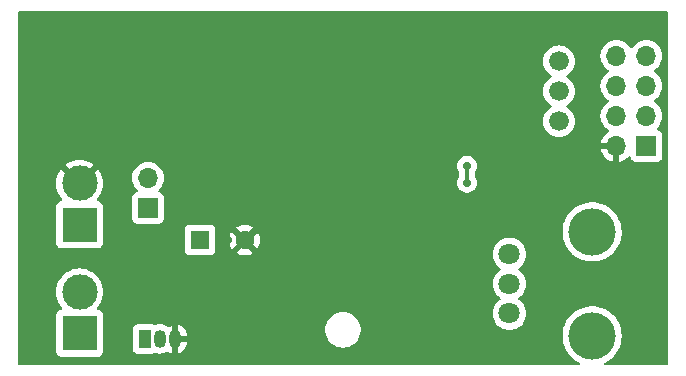
<source format=gbr>
%TF.GenerationSoftware,KiCad,Pcbnew,7.0.8*%
%TF.CreationDate,2024-04-14T20:32:09+02:00*%
%TF.ProjectId,LED_Driver,4c45445f-4472-4697-9665-722e6b696361,rev?*%
%TF.SameCoordinates,Original*%
%TF.FileFunction,Copper,L2,Bot*%
%TF.FilePolarity,Positive*%
%FSLAX46Y46*%
G04 Gerber Fmt 4.6, Leading zero omitted, Abs format (unit mm)*
G04 Created by KiCad (PCBNEW 7.0.8) date 2024-04-14 20:32:09*
%MOMM*%
%LPD*%
G01*
G04 APERTURE LIST*
%TA.AperFunction,ComponentPad*%
%ADD10C,1.676400*%
%TD*%
%TA.AperFunction,ComponentPad*%
%ADD11R,1.050000X1.500000*%
%TD*%
%TA.AperFunction,ComponentPad*%
%ADD12O,1.050000X1.500000*%
%TD*%
%TA.AperFunction,ComponentPad*%
%ADD13R,1.600000X1.600000*%
%TD*%
%TA.AperFunction,ComponentPad*%
%ADD14C,1.600000*%
%TD*%
%TA.AperFunction,ComponentPad*%
%ADD15R,1.700000X1.700000*%
%TD*%
%TA.AperFunction,ComponentPad*%
%ADD16O,1.700000X1.700000*%
%TD*%
%TA.AperFunction,ComponentPad*%
%ADD17R,3.000000X3.000000*%
%TD*%
%TA.AperFunction,ComponentPad*%
%ADD18C,3.000000*%
%TD*%
%TA.AperFunction,WasherPad*%
%ADD19C,4.000000*%
%TD*%
%TA.AperFunction,ComponentPad*%
%ADD20C,1.800000*%
%TD*%
%TA.AperFunction,ViaPad*%
%ADD21C,0.700000*%
%TD*%
%TA.AperFunction,Conductor*%
%ADD22C,0.300000*%
%TD*%
G04 APERTURE END LIST*
D10*
%TO.P,SW2,3,C*%
%TO.N,ESP-01_GPIO1*%
X145800000Y-109340000D03*
%TO.P,SW2,2,B*%
%TO.N,+3.3V*%
X145800000Y-106800000D03*
%TO.P,SW2,1,A*%
%TO.N,ESP-01_EN*%
X145800000Y-104260000D03*
%TD*%
D11*
%TO.P,Q2,1,C*%
%TO.N,LOAD_OUT*%
X110730000Y-127760000D03*
D12*
%TO.P,Q2,2,B*%
%TO.N,Net-(Q2-B)*%
X112000000Y-127760000D03*
%TO.P,Q2,3,E*%
%TO.N,GND*%
X113270000Y-127760000D03*
%TD*%
D13*
%TO.P,C1,1*%
%TO.N,VDC*%
X115397349Y-119400000D03*
D14*
%TO.P,C1,2*%
%TO.N,GND*%
X119197349Y-119400000D03*
%TD*%
D15*
%TO.P,SW1,1,A*%
%TO.N,VDC*%
X111000000Y-116675000D03*
D16*
%TO.P,SW1,2,B*%
%TO.N,Net-(J1-Pin_1)*%
X111000000Y-114135000D03*
%TD*%
D17*
%TO.P,J1,1,Pin_1*%
%TO.N,Net-(J1-Pin_1)*%
X105200000Y-118100000D03*
D18*
%TO.P,J1,2,Pin_2*%
%TO.N,GND*%
X105200000Y-114600000D03*
%TD*%
D15*
%TO.P,U4,1,UTXD*%
%TO.N,ESP-01_GPIO1*%
X153200000Y-111420000D03*
D16*
%TO.P,U4,2,GND*%
%TO.N,GND*%
X150660000Y-111420000D03*
%TO.P,U4,3,CH_PD*%
%TO.N,ESP-01_EN*%
X153200000Y-108880000D03*
%TO.P,U4,4,GPIO2*%
X150660000Y-108880000D03*
%TO.P,U4,5,RST*%
%TO.N,unconnected-(U4-RST-Pad5)*%
X153200000Y-106340000D03*
%TO.P,U4,6,GPIO0*%
%TO.N,ESP-01_EN*%
X150660000Y-106340000D03*
%TO.P,U4,7,VCC*%
X153200000Y-103800000D03*
%TO.P,U4,8,URXD*%
%TO.N,unconnected-(U4-URXD-Pad8)*%
X150660000Y-103800000D03*
%TD*%
D18*
%TO.P,J2,2,Pin_2*%
%TO.N,VDC*%
X105200000Y-123800000D03*
D17*
%TO.P,J2,1,Pin_1*%
%TO.N,LOAD_OUT*%
X105200000Y-127300000D03*
%TD*%
D19*
%TO.P,RV1,*%
%TO.N,*%
X148600000Y-118700000D03*
X148600000Y-127500000D03*
D20*
%TO.P,RV1,1,1*%
%TO.N,Net-(D2-K)*%
X141600000Y-125600000D03*
%TO.P,RV1,2,2*%
%TO.N,Net-(U2-THR)*%
X141600000Y-123100000D03*
%TO.P,RV1,3,3*%
%TO.N,Net-(D3-A)*%
X141600000Y-120600000D03*
%TD*%
D21*
%TO.N,GND*%
X117600000Y-106600000D03*
X112200000Y-101000000D03*
X109200000Y-100800000D03*
X107200000Y-100800000D03*
X105200000Y-100800000D03*
X103200000Y-100800000D03*
X101200000Y-100800000D03*
X101200000Y-102800000D03*
X103200000Y-102800000D03*
X105200000Y-102800000D03*
X107200000Y-102800000D03*
X109200000Y-102800000D03*
X109200000Y-105200000D03*
X107200000Y-105200000D03*
X105200000Y-105200000D03*
X103200000Y-105200000D03*
X101200000Y-105200000D03*
X101200000Y-107600000D03*
X103200000Y-107600000D03*
X105200000Y-107600000D03*
X107200000Y-107600000D03*
X109200000Y-107600000D03*
X109200000Y-110000000D03*
X107200000Y-110000000D03*
X105200000Y-110000000D03*
X103200000Y-110000000D03*
X101200000Y-110000000D03*
X108600000Y-111800000D03*
X107600000Y-111800000D03*
X106600000Y-111800000D03*
X105600000Y-111800000D03*
X104600000Y-111800000D03*
X103600000Y-111800000D03*
X102600000Y-111800000D03*
X101600000Y-111800000D03*
X100600000Y-111800000D03*
X109000000Y-121400000D03*
X110000000Y-122000000D03*
X110000000Y-121000000D03*
X139200000Y-100600000D03*
X139200000Y-101600000D03*
X139200000Y-102600000D03*
X140200000Y-102600000D03*
X141200000Y-102600000D03*
X142200000Y-102600000D03*
X148400000Y-110400000D03*
X148400000Y-111400000D03*
X148400000Y-112400000D03*
%TO.N,Net-(D2-A)*%
X137996773Y-114534500D03*
X138000000Y-113135500D03*
%TO.N,GND*%
X137400000Y-111295000D03*
X137000000Y-122000000D03*
X117800000Y-119400000D03*
X109000000Y-119400000D03*
X109000000Y-120400000D03*
X112800000Y-126400000D03*
X118800000Y-128000000D03*
X122200000Y-127800000D03*
X114400000Y-111800000D03*
X117400000Y-102625000D03*
X117600000Y-105400000D03*
X129000000Y-105000000D03*
X130800000Y-105000000D03*
X142800000Y-111200000D03*
%TD*%
D22*
%TO.N,Net-(D2-A)*%
X137996773Y-114534500D02*
X137996773Y-113138727D01*
X137996773Y-113138727D02*
X138000000Y-113135500D01*
%TD*%
%TA.AperFunction,Conductor*%
%TO.N,GND*%
G36*
X154942539Y-100020185D02*
G01*
X154988294Y-100072989D01*
X154999500Y-100124500D01*
X154999500Y-129875500D01*
X154979815Y-129942539D01*
X154927011Y-129988294D01*
X154875500Y-129999500D01*
X149726787Y-129999500D01*
X149659748Y-129979815D01*
X149613993Y-129927011D01*
X149604049Y-129857853D01*
X149633074Y-129794297D01*
X149667047Y-129766839D01*
X149942484Y-129615416D01*
X150197030Y-129430478D01*
X150426390Y-129215094D01*
X150626947Y-128972663D01*
X150795537Y-128707007D01*
X150929503Y-128422315D01*
X151026731Y-128123079D01*
X151085688Y-127814015D01*
X151098850Y-127604810D01*
X151105444Y-127500005D01*
X151105444Y-127499994D01*
X151085689Y-127185995D01*
X151085688Y-127185988D01*
X151085688Y-127185985D01*
X151026731Y-126876921D01*
X150929503Y-126577685D01*
X150926100Y-126570454D01*
X150873695Y-126459087D01*
X150795537Y-126292993D01*
X150721603Y-126176491D01*
X150626948Y-126027338D01*
X150626945Y-126027334D01*
X150426393Y-125784909D01*
X150426391Y-125784907D01*
X150391493Y-125752135D01*
X150197030Y-125569522D01*
X150197027Y-125569520D01*
X150197021Y-125569515D01*
X149942495Y-125384591D01*
X149942488Y-125384586D01*
X149942484Y-125384584D01*
X149666766Y-125233006D01*
X149666763Y-125233004D01*
X149666758Y-125233002D01*
X149666757Y-125233001D01*
X149374228Y-125117181D01*
X149374225Y-125117180D01*
X149069476Y-125038934D01*
X149069463Y-125038932D01*
X148757329Y-124999500D01*
X148757318Y-124999500D01*
X148442682Y-124999500D01*
X148442670Y-124999500D01*
X148130536Y-125038932D01*
X148130523Y-125038934D01*
X147825774Y-125117180D01*
X147825771Y-125117181D01*
X147533242Y-125233001D01*
X147533241Y-125233002D01*
X147257516Y-125384584D01*
X147257504Y-125384591D01*
X147002978Y-125569515D01*
X147002968Y-125569523D01*
X146773608Y-125784907D01*
X146773606Y-125784909D01*
X146573054Y-126027334D01*
X146573051Y-126027338D01*
X146404464Y-126292990D01*
X146404461Y-126292996D01*
X146270499Y-126577678D01*
X146270497Y-126577683D01*
X146173270Y-126876916D01*
X146114311Y-127185988D01*
X146114310Y-127185995D01*
X146094556Y-127499994D01*
X146094556Y-127500005D01*
X146114310Y-127814004D01*
X146114311Y-127814011D01*
X146116123Y-127823509D01*
X146167773Y-128094270D01*
X146173270Y-128123083D01*
X146270497Y-128422316D01*
X146270499Y-128422321D01*
X146404461Y-128707003D01*
X146404464Y-128707009D01*
X146573051Y-128972661D01*
X146573054Y-128972665D01*
X146773606Y-129215090D01*
X146773608Y-129215092D01*
X146773610Y-129215094D01*
X146804175Y-129243796D01*
X147002968Y-129430476D01*
X147002978Y-129430484D01*
X147257504Y-129615408D01*
X147257509Y-129615410D01*
X147257516Y-129615416D01*
X147532951Y-129766838D01*
X147582215Y-129816384D01*
X147596871Y-129884699D01*
X147572267Y-129950094D01*
X147516214Y-129991805D01*
X147473213Y-129999500D01*
X100124500Y-129999500D01*
X100057461Y-129979815D01*
X100011706Y-129927011D01*
X100000500Y-129875500D01*
X100000500Y-123800001D01*
X103194390Y-123800001D01*
X103214804Y-124085433D01*
X103275628Y-124365037D01*
X103275630Y-124365043D01*
X103275631Y-124365046D01*
X103350615Y-124566084D01*
X103375635Y-124633166D01*
X103512770Y-124884309D01*
X103512775Y-124884317D01*
X103680309Y-125108117D01*
X103704726Y-125173581D01*
X103689874Y-125241854D01*
X103640469Y-125291259D01*
X103600021Y-125303925D01*
X103600068Y-125304124D01*
X103597299Y-125304778D01*
X103594305Y-125305716D01*
X103592518Y-125305908D01*
X103457671Y-125356202D01*
X103457664Y-125356206D01*
X103342455Y-125442452D01*
X103342452Y-125442455D01*
X103256206Y-125557664D01*
X103256202Y-125557671D01*
X103205908Y-125692517D01*
X103199501Y-125752116D01*
X103199501Y-125752123D01*
X103199500Y-125752135D01*
X103199500Y-128847870D01*
X103199501Y-128847876D01*
X103205908Y-128907483D01*
X103256202Y-129042328D01*
X103256206Y-129042335D01*
X103342452Y-129157544D01*
X103342455Y-129157547D01*
X103457664Y-129243793D01*
X103457671Y-129243797D01*
X103592517Y-129294091D01*
X103592516Y-129294091D01*
X103599444Y-129294835D01*
X103652127Y-129300500D01*
X106747872Y-129300499D01*
X106807483Y-129294091D01*
X106942331Y-129243796D01*
X107057546Y-129157546D01*
X107143796Y-129042331D01*
X107194091Y-128907483D01*
X107200500Y-128847873D01*
X107200500Y-128557870D01*
X109704500Y-128557870D01*
X109704501Y-128557876D01*
X109710908Y-128617483D01*
X109761202Y-128752328D01*
X109761206Y-128752335D01*
X109847452Y-128867544D01*
X109847455Y-128867547D01*
X109962664Y-128953793D01*
X109962671Y-128953797D01*
X110097517Y-129004091D01*
X110097516Y-129004091D01*
X110104444Y-129004835D01*
X110157127Y-129010500D01*
X111302872Y-129010499D01*
X111362483Y-129004091D01*
X111497331Y-128953796D01*
X111497335Y-128953792D01*
X111505118Y-128949544D01*
X111506252Y-128951621D01*
X111559715Y-128931671D01*
X111604576Y-128936694D01*
X111605656Y-128937021D01*
X111605659Y-128937023D01*
X111798967Y-128995662D01*
X112000000Y-129015462D01*
X112201033Y-128995662D01*
X112394341Y-128937023D01*
X112444471Y-128910228D01*
X112577078Y-128839348D01*
X112645480Y-128825106D01*
X112693985Y-128839348D01*
X112875848Y-128936557D01*
X113020000Y-128980285D01*
X113020000Y-128094270D01*
X113020299Y-128088190D01*
X113024629Y-128044220D01*
X113089052Y-128094363D01*
X113207424Y-128135000D01*
X113301073Y-128135000D01*
X113393446Y-128119586D01*
X113503514Y-128060019D01*
X113520000Y-128042110D01*
X113520000Y-128980285D01*
X113664153Y-128936557D01*
X113842209Y-128841384D01*
X113842215Y-128841379D01*
X113998292Y-128713292D01*
X114126379Y-128557215D01*
X114126384Y-128557209D01*
X114221556Y-128379154D01*
X114280170Y-128185932D01*
X114295000Y-128035357D01*
X114295000Y-128010000D01*
X113549560Y-128010000D01*
X113588278Y-127967941D01*
X113638551Y-127853330D01*
X113648886Y-127728605D01*
X113618163Y-127607281D01*
X113554606Y-127510000D01*
X114295000Y-127510000D01*
X114295000Y-127484642D01*
X114280170Y-127334067D01*
X114221556Y-127140845D01*
X114212731Y-127124334D01*
X125999500Y-127124334D01*
X126040429Y-127369616D01*
X126121169Y-127604802D01*
X126121172Y-127604811D01*
X126234382Y-127814004D01*
X126239526Y-127823509D01*
X126392262Y-128019744D01*
X126551744Y-128166557D01*
X126575217Y-128188166D01*
X126783393Y-128324173D01*
X127011118Y-128424063D01*
X127252175Y-128485107D01*
X127252179Y-128485108D01*
X127252181Y-128485108D01*
X127252186Y-128485109D01*
X127385376Y-128496145D01*
X127437933Y-128500500D01*
X127437935Y-128500500D01*
X127562065Y-128500500D01*
X127562067Y-128500500D01*
X127623284Y-128495427D01*
X127747813Y-128485109D01*
X127747816Y-128485108D01*
X127747821Y-128485108D01*
X127988881Y-128424063D01*
X128216607Y-128324173D01*
X128424785Y-128188164D01*
X128607738Y-128019744D01*
X128760474Y-127823509D01*
X128878828Y-127604810D01*
X128959571Y-127369614D01*
X129000500Y-127124335D01*
X129000500Y-126875665D01*
X128959571Y-126630386D01*
X128878828Y-126395190D01*
X128760474Y-126176491D01*
X128607738Y-125980256D01*
X128424785Y-125811836D01*
X128424782Y-125811833D01*
X128216606Y-125675826D01*
X128043755Y-125600006D01*
X140194700Y-125600006D01*
X140213864Y-125831297D01*
X140213866Y-125831308D01*
X140270842Y-126056300D01*
X140364075Y-126268848D01*
X140491016Y-126463147D01*
X140491019Y-126463151D01*
X140491021Y-126463153D01*
X140648216Y-126633913D01*
X140648219Y-126633915D01*
X140648222Y-126633918D01*
X140831365Y-126776464D01*
X140831371Y-126776468D01*
X140831374Y-126776470D01*
X141035497Y-126886936D01*
X141149487Y-126926068D01*
X141255015Y-126962297D01*
X141255017Y-126962297D01*
X141255019Y-126962298D01*
X141483951Y-127000500D01*
X141483952Y-127000500D01*
X141716048Y-127000500D01*
X141716049Y-127000500D01*
X141944981Y-126962298D01*
X142164503Y-126886936D01*
X142368626Y-126776470D01*
X142551784Y-126633913D01*
X142708979Y-126463153D01*
X142835924Y-126268849D01*
X142929157Y-126056300D01*
X142986134Y-125831305D01*
X142986135Y-125831297D01*
X143005300Y-125600006D01*
X143005300Y-125599993D01*
X142986135Y-125368702D01*
X142986133Y-125368691D01*
X142929157Y-125143699D01*
X142835924Y-124931151D01*
X142708983Y-124736852D01*
X142708980Y-124736849D01*
X142708979Y-124736847D01*
X142551784Y-124566087D01*
X142399876Y-124447852D01*
X142359064Y-124391143D01*
X142355389Y-124321370D01*
X142390020Y-124260687D01*
X142399876Y-124252147D01*
X142551784Y-124133913D01*
X142708979Y-123963153D01*
X142835924Y-123768849D01*
X142929157Y-123556300D01*
X142986134Y-123331305D01*
X143005300Y-123100000D01*
X143005300Y-123099993D01*
X142986135Y-122868702D01*
X142986133Y-122868691D01*
X142929157Y-122643699D01*
X142835924Y-122431151D01*
X142708983Y-122236852D01*
X142708980Y-122236849D01*
X142708979Y-122236847D01*
X142551784Y-122066087D01*
X142399876Y-121947852D01*
X142359064Y-121891143D01*
X142355389Y-121821370D01*
X142390020Y-121760687D01*
X142399876Y-121752147D01*
X142551784Y-121633913D01*
X142708979Y-121463153D01*
X142835924Y-121268849D01*
X142929157Y-121056300D01*
X142986134Y-120831305D01*
X142987451Y-120815415D01*
X143005300Y-120600006D01*
X143005300Y-120599993D01*
X142986135Y-120368702D01*
X142986133Y-120368691D01*
X142929157Y-120143699D01*
X142835924Y-119931151D01*
X142708983Y-119736852D01*
X142708980Y-119736849D01*
X142708979Y-119736847D01*
X142551784Y-119566087D01*
X142551779Y-119566083D01*
X142551777Y-119566081D01*
X142368634Y-119423535D01*
X142368628Y-119423531D01*
X142164504Y-119313064D01*
X142164495Y-119313061D01*
X141944984Y-119237702D01*
X141773282Y-119209050D01*
X141716049Y-119199500D01*
X141483951Y-119199500D01*
X141438164Y-119207140D01*
X141255015Y-119237702D01*
X141035504Y-119313061D01*
X141035495Y-119313064D01*
X140831371Y-119423531D01*
X140831365Y-119423535D01*
X140648222Y-119566081D01*
X140648219Y-119566084D01*
X140491016Y-119736852D01*
X140364075Y-119931151D01*
X140270842Y-120143699D01*
X140213866Y-120368691D01*
X140213864Y-120368702D01*
X140194700Y-120599993D01*
X140194700Y-120600006D01*
X140213864Y-120831297D01*
X140213866Y-120831308D01*
X140270842Y-121056300D01*
X140364075Y-121268848D01*
X140491016Y-121463147D01*
X140491019Y-121463151D01*
X140491021Y-121463153D01*
X140648216Y-121633913D01*
X140648219Y-121633915D01*
X140648222Y-121633918D01*
X140800122Y-121752147D01*
X140840935Y-121808857D01*
X140844610Y-121878630D01*
X140809978Y-121939313D01*
X140800122Y-121947853D01*
X140648222Y-122066081D01*
X140648219Y-122066084D01*
X140648216Y-122066086D01*
X140648216Y-122066087D01*
X140605238Y-122112774D01*
X140491016Y-122236852D01*
X140364075Y-122431151D01*
X140270842Y-122643699D01*
X140213866Y-122868691D01*
X140213864Y-122868702D01*
X140194700Y-123099993D01*
X140194700Y-123100006D01*
X140213864Y-123331297D01*
X140213866Y-123331308D01*
X140270842Y-123556300D01*
X140364075Y-123768848D01*
X140491016Y-123963147D01*
X140491019Y-123963151D01*
X140491021Y-123963153D01*
X140648216Y-124133913D01*
X140648219Y-124133915D01*
X140648222Y-124133918D01*
X140800122Y-124252147D01*
X140840935Y-124308857D01*
X140844610Y-124378630D01*
X140809978Y-124439313D01*
X140800122Y-124447853D01*
X140648222Y-124566081D01*
X140648219Y-124566084D01*
X140491016Y-124736852D01*
X140364075Y-124931151D01*
X140270842Y-125143699D01*
X140213866Y-125368691D01*
X140213864Y-125368702D01*
X140194700Y-125599993D01*
X140194700Y-125600006D01*
X128043755Y-125600006D01*
X127988881Y-125575936D01*
X127747824Y-125514892D01*
X127747813Y-125514890D01*
X127582548Y-125501197D01*
X127562067Y-125499500D01*
X127437933Y-125499500D01*
X127418521Y-125501108D01*
X127252186Y-125514890D01*
X127252175Y-125514892D01*
X127011118Y-125575936D01*
X126783393Y-125675826D01*
X126575217Y-125811833D01*
X126392261Y-125980257D01*
X126239524Y-126176493D01*
X126121172Y-126395188D01*
X126121169Y-126395197D01*
X126040429Y-126630383D01*
X125999500Y-126875665D01*
X125999500Y-127124334D01*
X114212731Y-127124334D01*
X114126384Y-126962790D01*
X114126379Y-126962784D01*
X113998292Y-126806707D01*
X113842215Y-126678620D01*
X113842209Y-126678615D01*
X113664150Y-126583441D01*
X113520000Y-126539712D01*
X113520000Y-127479382D01*
X113450948Y-127425637D01*
X113332576Y-127385000D01*
X113238927Y-127385000D01*
X113146554Y-127400414D01*
X113036486Y-127459981D01*
X113024369Y-127473142D01*
X113020299Y-127431808D01*
X113020000Y-127425728D01*
X113020000Y-126539712D01*
X112875849Y-126583441D01*
X112693983Y-126680651D01*
X112625580Y-126694893D01*
X112577077Y-126680651D01*
X112394345Y-126582978D01*
X112201031Y-126524337D01*
X112000000Y-126504538D01*
X111798968Y-126524337D01*
X111660959Y-126566202D01*
X111605659Y-126582977D01*
X111605658Y-126582977D01*
X111604575Y-126583306D01*
X111534708Y-126583929D01*
X111505618Y-126569529D01*
X111505114Y-126570454D01*
X111497328Y-126566202D01*
X111362482Y-126515908D01*
X111362483Y-126515908D01*
X111302883Y-126509501D01*
X111302881Y-126509500D01*
X111302873Y-126509500D01*
X111302864Y-126509500D01*
X110157129Y-126509500D01*
X110157123Y-126509501D01*
X110097516Y-126515908D01*
X109962671Y-126566202D01*
X109962664Y-126566206D01*
X109847455Y-126652452D01*
X109847452Y-126652455D01*
X109761206Y-126767664D01*
X109761202Y-126767671D01*
X109710908Y-126902517D01*
X109704501Y-126962116D01*
X109704500Y-126962135D01*
X109704500Y-128557870D01*
X107200500Y-128557870D01*
X107200499Y-125752128D01*
X107194091Y-125692517D01*
X107159584Y-125600000D01*
X107143797Y-125557671D01*
X107143793Y-125557664D01*
X107057547Y-125442455D01*
X107057544Y-125442452D01*
X106942335Y-125356206D01*
X106942328Y-125356202D01*
X106807482Y-125305908D01*
X106807484Y-125305908D01*
X106805699Y-125305717D01*
X106804407Y-125305182D01*
X106799938Y-125304126D01*
X106800109Y-125303401D01*
X106741148Y-125278978D01*
X106701301Y-125221585D01*
X106698808Y-125151760D01*
X106719687Y-125108120D01*
X106887226Y-124884315D01*
X107024367Y-124633161D01*
X107124369Y-124365046D01*
X107136592Y-124308857D01*
X107185195Y-124085433D01*
X107185195Y-124085432D01*
X107185196Y-124085428D01*
X107205610Y-123800000D01*
X107185196Y-123514572D01*
X107145329Y-123331308D01*
X107124371Y-123234962D01*
X107124370Y-123234960D01*
X107124369Y-123234954D01*
X107024367Y-122966839D01*
X106887226Y-122715685D01*
X106833338Y-122643699D01*
X106715745Y-122486612D01*
X106715729Y-122486594D01*
X106513405Y-122284270D01*
X106513387Y-122284254D01*
X106284317Y-122112775D01*
X106284309Y-122112770D01*
X106033166Y-121975635D01*
X106033167Y-121975635D01*
X105893468Y-121923530D01*
X105765046Y-121875631D01*
X105765043Y-121875630D01*
X105765037Y-121875628D01*
X105485433Y-121814804D01*
X105200001Y-121794390D01*
X105199999Y-121794390D01*
X104914566Y-121814804D01*
X104634962Y-121875628D01*
X104366833Y-121975635D01*
X104115690Y-122112770D01*
X104115682Y-122112775D01*
X103886612Y-122284254D01*
X103886594Y-122284270D01*
X103684270Y-122486594D01*
X103684254Y-122486612D01*
X103512775Y-122715682D01*
X103512770Y-122715690D01*
X103375635Y-122966833D01*
X103275628Y-123234962D01*
X103214804Y-123514566D01*
X103194390Y-123799998D01*
X103194390Y-123800001D01*
X100000500Y-123800001D01*
X100000500Y-120247870D01*
X114096849Y-120247870D01*
X114096850Y-120247876D01*
X114103257Y-120307483D01*
X114153551Y-120442328D01*
X114153555Y-120442335D01*
X114239801Y-120557544D01*
X114239804Y-120557547D01*
X114355013Y-120643793D01*
X114355020Y-120643797D01*
X114489866Y-120694091D01*
X114489865Y-120694091D01*
X114496793Y-120694835D01*
X114549476Y-120700500D01*
X116245221Y-120700499D01*
X116304832Y-120694091D01*
X116439680Y-120643796D01*
X116554895Y-120557546D01*
X116641145Y-120442331D01*
X116691440Y-120307483D01*
X116697849Y-120247873D01*
X116697849Y-119400002D01*
X117892383Y-119400002D01*
X117912207Y-119626599D01*
X117912209Y-119626610D01*
X117971079Y-119846317D01*
X117971083Y-119846326D01*
X118067214Y-120052481D01*
X118067215Y-120052483D01*
X118118322Y-120125471D01*
X118118323Y-120125472D01*
X118799395Y-119444399D01*
X118812184Y-119525148D01*
X118869708Y-119638045D01*
X118959304Y-119727641D01*
X119072201Y-119785165D01*
X119152948Y-119797953D01*
X118471875Y-120479025D01*
X118471875Y-120479026D01*
X118544861Y-120530131D01*
X118544865Y-120530133D01*
X118751022Y-120626265D01*
X118751031Y-120626269D01*
X118970738Y-120685139D01*
X118970749Y-120685141D01*
X119197347Y-120704966D01*
X119197351Y-120704966D01*
X119423948Y-120685141D01*
X119423959Y-120685139D01*
X119643666Y-120626269D01*
X119643680Y-120626264D01*
X119849827Y-120530136D01*
X119922821Y-120479025D01*
X119241750Y-119797953D01*
X119322497Y-119785165D01*
X119435394Y-119727641D01*
X119524990Y-119638045D01*
X119582514Y-119525148D01*
X119595302Y-119444400D01*
X120276374Y-120125472D01*
X120327485Y-120052478D01*
X120423613Y-119846331D01*
X120423618Y-119846317D01*
X120482488Y-119626610D01*
X120482490Y-119626599D01*
X120502315Y-119400002D01*
X120502315Y-119399997D01*
X120482490Y-119173400D01*
X120482488Y-119173389D01*
X120423618Y-118953682D01*
X120423614Y-118953673D01*
X120327482Y-118747516D01*
X120327480Y-118747512D01*
X120294215Y-118700005D01*
X146094556Y-118700005D01*
X146114310Y-119014004D01*
X146114311Y-119014011D01*
X146125442Y-119072359D01*
X146156982Y-119237702D01*
X146173270Y-119323083D01*
X146270497Y-119622316D01*
X146270499Y-119622321D01*
X146404461Y-119907003D01*
X146404464Y-119907009D01*
X146573051Y-120172661D01*
X146573054Y-120172665D01*
X146773606Y-120415090D01*
X146773608Y-120415092D01*
X146773610Y-120415094D01*
X146925304Y-120557544D01*
X147002968Y-120630476D01*
X147002978Y-120630484D01*
X147257504Y-120815408D01*
X147257509Y-120815410D01*
X147257516Y-120815416D01*
X147533234Y-120966994D01*
X147533239Y-120966996D01*
X147533241Y-120966997D01*
X147533242Y-120966998D01*
X147825771Y-121082818D01*
X147825774Y-121082819D01*
X148130523Y-121161065D01*
X148130527Y-121161066D01*
X148196010Y-121169338D01*
X148442670Y-121200499D01*
X148442679Y-121200499D01*
X148442682Y-121200500D01*
X148442684Y-121200500D01*
X148757316Y-121200500D01*
X148757318Y-121200500D01*
X148757321Y-121200499D01*
X148757329Y-121200499D01*
X148943593Y-121176968D01*
X149069473Y-121161066D01*
X149374225Y-121082819D01*
X149374228Y-121082818D01*
X149666757Y-120966998D01*
X149666758Y-120966997D01*
X149666756Y-120966997D01*
X149666766Y-120966994D01*
X149942484Y-120815416D01*
X150197030Y-120630478D01*
X150426390Y-120415094D01*
X150626947Y-120172663D01*
X150795537Y-119907007D01*
X150929503Y-119622315D01*
X151026731Y-119323079D01*
X151085688Y-119014015D01*
X151089484Y-118953682D01*
X151105444Y-118700005D01*
X151105444Y-118699994D01*
X151085689Y-118385995D01*
X151085688Y-118385988D01*
X151085688Y-118385985D01*
X151026731Y-118076921D01*
X150929503Y-117777685D01*
X150924629Y-117767328D01*
X150833127Y-117572876D01*
X150795537Y-117492993D01*
X150626947Y-117227337D01*
X150626945Y-117227334D01*
X150426393Y-116984909D01*
X150426391Y-116984907D01*
X150197031Y-116769523D01*
X150197021Y-116769515D01*
X149942495Y-116584591D01*
X149942488Y-116584586D01*
X149942484Y-116584584D01*
X149666766Y-116433006D01*
X149666763Y-116433004D01*
X149666758Y-116433002D01*
X149666757Y-116433001D01*
X149374228Y-116317181D01*
X149374225Y-116317180D01*
X149069476Y-116238934D01*
X149069463Y-116238932D01*
X148757329Y-116199500D01*
X148757318Y-116199500D01*
X148442682Y-116199500D01*
X148442670Y-116199500D01*
X148130536Y-116238932D01*
X148130523Y-116238934D01*
X147825774Y-116317180D01*
X147825771Y-116317181D01*
X147533242Y-116433001D01*
X147533241Y-116433002D01*
X147257516Y-116584584D01*
X147257504Y-116584591D01*
X147002978Y-116769515D01*
X147002968Y-116769523D01*
X146773608Y-116984907D01*
X146773606Y-116984909D01*
X146573054Y-117227334D01*
X146573051Y-117227338D01*
X146404464Y-117492990D01*
X146404461Y-117492996D01*
X146270499Y-117777678D01*
X146270497Y-117777683D01*
X146173270Y-118076916D01*
X146114311Y-118385988D01*
X146114310Y-118385995D01*
X146094556Y-118699994D01*
X146094556Y-118700005D01*
X120294215Y-118700005D01*
X120276375Y-118674526D01*
X120276374Y-118674526D01*
X119595302Y-119355598D01*
X119582514Y-119274852D01*
X119524990Y-119161955D01*
X119435394Y-119072359D01*
X119322497Y-119014835D01*
X119241749Y-119002046D01*
X119922821Y-118320974D01*
X119922820Y-118320973D01*
X119849832Y-118269866D01*
X119849830Y-118269865D01*
X119643675Y-118173734D01*
X119643666Y-118173730D01*
X119423959Y-118114860D01*
X119423948Y-118114858D01*
X119197351Y-118095034D01*
X119197347Y-118095034D01*
X118970749Y-118114858D01*
X118970738Y-118114860D01*
X118751031Y-118173730D01*
X118751022Y-118173734D01*
X118544862Y-118269868D01*
X118471876Y-118320972D01*
X118471875Y-118320973D01*
X119152949Y-119002046D01*
X119072201Y-119014835D01*
X118959304Y-119072359D01*
X118869708Y-119161955D01*
X118812184Y-119274852D01*
X118799395Y-119355599D01*
X118118322Y-118674526D01*
X118118321Y-118674527D01*
X118067217Y-118747513D01*
X117971083Y-118953673D01*
X117971079Y-118953682D01*
X117912209Y-119173389D01*
X117912207Y-119173400D01*
X117892383Y-119399997D01*
X117892383Y-119400002D01*
X116697849Y-119400002D01*
X116697848Y-118552128D01*
X116691440Y-118492517D01*
X116651707Y-118385988D01*
X116641146Y-118357671D01*
X116641142Y-118357664D01*
X116554896Y-118242455D01*
X116554893Y-118242452D01*
X116439684Y-118156206D01*
X116439677Y-118156202D01*
X116304831Y-118105908D01*
X116304832Y-118105908D01*
X116245232Y-118099501D01*
X116245230Y-118099500D01*
X116245222Y-118099500D01*
X116245213Y-118099500D01*
X114549478Y-118099500D01*
X114549472Y-118099501D01*
X114489865Y-118105908D01*
X114355020Y-118156202D01*
X114355013Y-118156206D01*
X114239804Y-118242452D01*
X114239801Y-118242455D01*
X114153555Y-118357664D01*
X114153551Y-118357671D01*
X114103257Y-118492517D01*
X114096850Y-118552116D01*
X114096850Y-118552123D01*
X114096849Y-118552135D01*
X114096849Y-120247870D01*
X100000500Y-120247870D01*
X100000500Y-114600001D01*
X103194891Y-114600001D01*
X103215300Y-114885362D01*
X103276109Y-115164895D01*
X103376091Y-115432958D01*
X103513191Y-115684038D01*
X103513196Y-115684046D01*
X103680887Y-115908055D01*
X103705304Y-115973519D01*
X103690452Y-116041792D01*
X103641047Y-116091197D01*
X103600047Y-116104036D01*
X103600068Y-116104124D01*
X103598840Y-116104414D01*
X103594881Y-116105654D01*
X103592518Y-116105908D01*
X103457671Y-116156202D01*
X103457664Y-116156206D01*
X103342455Y-116242452D01*
X103342452Y-116242455D01*
X103256206Y-116357664D01*
X103256202Y-116357671D01*
X103205908Y-116492517D01*
X103199501Y-116552116D01*
X103199501Y-116552123D01*
X103199500Y-116552135D01*
X103199500Y-119647870D01*
X103199501Y-119647876D01*
X103205908Y-119707483D01*
X103256202Y-119842328D01*
X103256206Y-119842335D01*
X103342452Y-119957544D01*
X103342455Y-119957547D01*
X103457664Y-120043793D01*
X103457671Y-120043797D01*
X103592517Y-120094091D01*
X103592516Y-120094091D01*
X103599444Y-120094835D01*
X103652127Y-120100500D01*
X106747872Y-120100499D01*
X106807483Y-120094091D01*
X106942331Y-120043796D01*
X107057546Y-119957546D01*
X107143796Y-119842331D01*
X107194091Y-119707483D01*
X107200500Y-119647873D01*
X107200499Y-116552128D01*
X107194091Y-116492517D01*
X107171893Y-116433002D01*
X107143797Y-116357671D01*
X107143793Y-116357664D01*
X107057547Y-116242455D01*
X107057544Y-116242452D01*
X106942335Y-116156206D01*
X106942328Y-116156202D01*
X106807482Y-116105908D01*
X106807483Y-116105908D01*
X106805123Y-116105655D01*
X106803414Y-116104947D01*
X106799938Y-116104126D01*
X106800071Y-116103562D01*
X106740571Y-116078917D01*
X106700723Y-116021525D01*
X106698230Y-115951700D01*
X106719111Y-115908055D01*
X106886807Y-115684039D01*
X106886808Y-115684038D01*
X107023908Y-115432958D01*
X107123890Y-115164895D01*
X107184699Y-114885362D01*
X107205109Y-114600001D01*
X107205109Y-114599998D01*
X107184699Y-114314637D01*
X107145621Y-114135000D01*
X109644341Y-114135000D01*
X109664936Y-114370403D01*
X109664938Y-114370413D01*
X109726094Y-114598655D01*
X109726096Y-114598659D01*
X109726097Y-114598663D01*
X109779090Y-114712307D01*
X109825965Y-114812830D01*
X109825967Y-114812834D01*
X109883062Y-114894373D01*
X109961501Y-115006396D01*
X109961506Y-115006402D01*
X110083430Y-115128326D01*
X110116915Y-115189649D01*
X110111931Y-115259341D01*
X110070059Y-115315274D01*
X110039083Y-115332189D01*
X109907669Y-115381203D01*
X109907664Y-115381206D01*
X109792455Y-115467452D01*
X109792452Y-115467455D01*
X109706206Y-115582664D01*
X109706202Y-115582671D01*
X109655908Y-115717517D01*
X109649501Y-115777116D01*
X109649501Y-115777123D01*
X109649500Y-115777135D01*
X109649500Y-117572870D01*
X109649501Y-117572876D01*
X109655908Y-117632483D01*
X109706202Y-117767328D01*
X109706206Y-117767335D01*
X109792452Y-117882544D01*
X109792455Y-117882547D01*
X109907664Y-117968793D01*
X109907671Y-117968797D01*
X110042517Y-118019091D01*
X110042516Y-118019091D01*
X110049444Y-118019835D01*
X110102127Y-118025500D01*
X111897872Y-118025499D01*
X111957483Y-118019091D01*
X112092331Y-117968796D01*
X112207546Y-117882546D01*
X112293796Y-117767331D01*
X112344091Y-117632483D01*
X112350500Y-117572873D01*
X112350499Y-115777128D01*
X112344091Y-115717517D01*
X112293796Y-115582669D01*
X112293795Y-115582668D01*
X112293793Y-115582664D01*
X112207547Y-115467455D01*
X112207544Y-115467452D01*
X112092335Y-115381206D01*
X112092328Y-115381202D01*
X111960917Y-115332189D01*
X111904983Y-115290318D01*
X111880566Y-115224853D01*
X111895418Y-115156580D01*
X111916563Y-115128332D01*
X112038495Y-115006401D01*
X112174035Y-114812830D01*
X112273903Y-114598663D01*
X112291095Y-114534500D01*
X137141588Y-114534500D01*
X137160276Y-114712305D01*
X137160277Y-114712307D01*
X137215520Y-114882329D01*
X137215523Y-114882335D01*
X137304914Y-115037165D01*
X137346585Y-115083446D01*
X137424537Y-115170021D01*
X137424540Y-115170023D01*
X137424543Y-115170026D01*
X137569180Y-115275112D01*
X137732506Y-115347829D01*
X137907382Y-115385000D01*
X137907383Y-115385000D01*
X138086162Y-115385000D01*
X138086164Y-115385000D01*
X138261040Y-115347829D01*
X138424366Y-115275112D01*
X138569003Y-115170026D01*
X138688632Y-115037165D01*
X138778023Y-114882335D01*
X138833270Y-114712303D01*
X138851958Y-114534500D01*
X138833270Y-114356697D01*
X138778023Y-114186665D01*
X138688632Y-114031835D01*
X138679122Y-114021273D01*
X138648893Y-113958282D01*
X138647273Y-113938302D01*
X138647273Y-113735281D01*
X138666958Y-113668242D01*
X138679125Y-113652307D01*
X138685579Y-113645139D01*
X138691859Y-113638165D01*
X138781250Y-113483335D01*
X138836497Y-113313303D01*
X138855185Y-113135500D01*
X138836497Y-112957697D01*
X138785238Y-112799938D01*
X138781252Y-112787670D01*
X138781249Y-112787664D01*
X138776444Y-112779341D01*
X138691859Y-112632835D01*
X138645003Y-112580796D01*
X138572235Y-112499978D01*
X138572232Y-112499976D01*
X138572231Y-112499975D01*
X138572230Y-112499974D01*
X138427593Y-112394888D01*
X138264267Y-112322171D01*
X138264265Y-112322170D01*
X138136594Y-112295033D01*
X138089391Y-112285000D01*
X137910609Y-112285000D01*
X137881995Y-112291082D01*
X137735733Y-112322170D01*
X137735728Y-112322172D01*
X137572408Y-112394887D01*
X137427768Y-112499975D01*
X137308140Y-112632836D01*
X137218750Y-112787664D01*
X137218747Y-112787670D01*
X137163504Y-112957692D01*
X137163503Y-112957694D01*
X137144815Y-113135500D01*
X137163503Y-113313305D01*
X137163504Y-113313307D01*
X137218747Y-113483329D01*
X137218750Y-113483335D01*
X137308140Y-113638164D01*
X137308143Y-113638168D01*
X137314420Y-113645139D01*
X137344652Y-113708129D01*
X137346273Y-113728114D01*
X137346273Y-113938302D01*
X137326588Y-114005341D01*
X137314424Y-114021273D01*
X137304913Y-114031836D01*
X137215523Y-114186664D01*
X137215520Y-114186670D01*
X137160277Y-114356692D01*
X137160276Y-114356694D01*
X137141588Y-114534500D01*
X112291095Y-114534500D01*
X112335063Y-114370408D01*
X112355659Y-114135000D01*
X112335063Y-113899592D01*
X112273903Y-113671337D01*
X112174035Y-113457171D01*
X112115404Y-113373436D01*
X112038494Y-113263597D01*
X111871402Y-113096506D01*
X111871395Y-113096501D01*
X111677834Y-112960967D01*
X111677830Y-112960965D01*
X111575389Y-112913196D01*
X111463663Y-112861097D01*
X111463659Y-112861096D01*
X111463655Y-112861094D01*
X111235413Y-112799938D01*
X111235403Y-112799936D01*
X111000001Y-112779341D01*
X110999999Y-112779341D01*
X110764596Y-112799936D01*
X110764586Y-112799938D01*
X110536344Y-112861094D01*
X110536335Y-112861098D01*
X110322171Y-112960964D01*
X110322169Y-112960965D01*
X110128597Y-113096505D01*
X109961505Y-113263597D01*
X109825965Y-113457169D01*
X109825964Y-113457171D01*
X109726098Y-113671335D01*
X109726094Y-113671344D01*
X109664938Y-113899586D01*
X109664936Y-113899596D01*
X109644341Y-114134999D01*
X109644341Y-114135000D01*
X107145621Y-114135000D01*
X107123890Y-114035104D01*
X107023908Y-113767041D01*
X106886808Y-113515961D01*
X106886807Y-113515960D01*
X106780115Y-113373436D01*
X105969724Y-114183826D01*
X105928499Y-114106066D01*
X105805286Y-113961008D01*
X105653770Y-113845829D01*
X105617429Y-113829016D01*
X106426562Y-113019883D01*
X106426561Y-113019882D01*
X106284046Y-112913196D01*
X106284038Y-112913191D01*
X106032957Y-112776091D01*
X106032958Y-112776091D01*
X105764895Y-112676109D01*
X105485362Y-112615300D01*
X105200001Y-112594891D01*
X105199999Y-112594891D01*
X104914637Y-112615300D01*
X104635104Y-112676109D01*
X104367041Y-112776091D01*
X104115961Y-112913191D01*
X104115953Y-112913196D01*
X103973437Y-113019882D01*
X103973436Y-113019883D01*
X104783174Y-113829620D01*
X104667350Y-113899311D01*
X104529175Y-114030196D01*
X104427137Y-114180691D01*
X103619882Y-113373436D01*
X103513196Y-113515953D01*
X103513191Y-113515961D01*
X103376091Y-113767041D01*
X103276109Y-114035104D01*
X103215300Y-114314637D01*
X103194891Y-114599998D01*
X103194891Y-114600001D01*
X100000500Y-114600001D01*
X100000500Y-109340000D01*
X144456186Y-109340000D01*
X144476601Y-109573346D01*
X144476603Y-109573356D01*
X144537225Y-109799603D01*
X144537227Y-109799607D01*
X144537228Y-109799611D01*
X144636223Y-110011907D01*
X144770579Y-110203787D01*
X144936213Y-110369421D01*
X145128093Y-110503777D01*
X145340389Y-110602772D01*
X145566649Y-110663398D01*
X145753329Y-110679730D01*
X145799999Y-110683814D01*
X145800000Y-110683814D01*
X145800001Y-110683814D01*
X145838891Y-110680411D01*
X146033351Y-110663398D01*
X146259611Y-110602772D01*
X146471907Y-110503777D01*
X146663787Y-110369421D01*
X146829421Y-110203787D01*
X146963777Y-110011907D01*
X147062772Y-109799611D01*
X147123398Y-109573351D01*
X147143814Y-109340000D01*
X147123398Y-109106649D01*
X147062772Y-108880389D01*
X147062591Y-108880000D01*
X149304341Y-108880000D01*
X149324936Y-109115403D01*
X149324938Y-109115413D01*
X149386094Y-109343655D01*
X149386096Y-109343659D01*
X149386097Y-109343663D01*
X149390000Y-109352032D01*
X149485965Y-109557830D01*
X149485967Y-109557834D01*
X149496836Y-109573356D01*
X149621505Y-109751401D01*
X149788599Y-109918495D01*
X149955439Y-110035318D01*
X149974594Y-110048730D01*
X150018219Y-110103307D01*
X150025413Y-110172805D01*
X149993890Y-110235160D01*
X149974595Y-110251880D01*
X149788922Y-110381890D01*
X149788920Y-110381891D01*
X149621891Y-110548920D01*
X149621886Y-110548926D01*
X149486400Y-110742420D01*
X149486399Y-110742422D01*
X149386570Y-110956507D01*
X149386567Y-110956513D01*
X149329364Y-111169999D01*
X149329364Y-111170000D01*
X150226314Y-111170000D01*
X150200507Y-111210156D01*
X150160000Y-111348111D01*
X150160000Y-111491889D01*
X150200507Y-111629844D01*
X150226314Y-111670000D01*
X149329364Y-111670000D01*
X149386567Y-111883486D01*
X149386570Y-111883492D01*
X149486399Y-112097578D01*
X149621894Y-112291082D01*
X149788917Y-112458105D01*
X149982421Y-112593600D01*
X150196507Y-112693429D01*
X150196516Y-112693433D01*
X150410000Y-112750634D01*
X150410000Y-111855501D01*
X150517685Y-111904680D01*
X150624237Y-111920000D01*
X150695763Y-111920000D01*
X150802315Y-111904680D01*
X150910000Y-111855501D01*
X150910000Y-112750633D01*
X151123483Y-112693433D01*
X151123492Y-112693429D01*
X151337578Y-112593600D01*
X151531078Y-112458108D01*
X151653133Y-112336053D01*
X151714456Y-112302568D01*
X151784148Y-112307552D01*
X151840082Y-112349423D01*
X151856997Y-112380401D01*
X151906202Y-112512328D01*
X151906206Y-112512335D01*
X151992452Y-112627544D01*
X151992455Y-112627547D01*
X152107664Y-112713793D01*
X152107671Y-112713797D01*
X152242517Y-112764091D01*
X152242516Y-112764091D01*
X152249444Y-112764835D01*
X152302127Y-112770500D01*
X154097872Y-112770499D01*
X154157483Y-112764091D01*
X154292331Y-112713796D01*
X154407546Y-112627546D01*
X154493796Y-112512331D01*
X154544091Y-112377483D01*
X154550500Y-112317873D01*
X154550499Y-110522128D01*
X154544091Y-110462517D01*
X154543002Y-110459598D01*
X154493797Y-110327671D01*
X154493793Y-110327664D01*
X154407547Y-110212455D01*
X154407544Y-110212452D01*
X154292335Y-110126206D01*
X154292328Y-110126202D01*
X154160917Y-110077189D01*
X154104983Y-110035318D01*
X154080566Y-109969853D01*
X154095418Y-109901580D01*
X154116563Y-109873332D01*
X154238495Y-109751401D01*
X154374035Y-109557830D01*
X154473903Y-109343663D01*
X154535063Y-109115408D01*
X154555659Y-108880000D01*
X154535063Y-108644592D01*
X154473903Y-108416337D01*
X154374035Y-108202171D01*
X154368425Y-108194158D01*
X154238494Y-108008597D01*
X154071402Y-107841506D01*
X154071396Y-107841501D01*
X153885842Y-107711575D01*
X153842217Y-107656998D01*
X153835023Y-107587500D01*
X153866546Y-107525145D01*
X153885842Y-107508425D01*
X153937996Y-107471906D01*
X154071401Y-107378495D01*
X154238495Y-107211401D01*
X154374035Y-107017830D01*
X154473903Y-106803663D01*
X154535063Y-106575408D01*
X154555659Y-106340000D01*
X154535063Y-106104592D01*
X154473903Y-105876337D01*
X154374035Y-105662171D01*
X154368425Y-105654158D01*
X154238494Y-105468597D01*
X154071402Y-105301506D01*
X154071396Y-105301501D01*
X153885842Y-105171575D01*
X153842217Y-105116998D01*
X153835023Y-105047500D01*
X153866546Y-104985145D01*
X153885842Y-104968425D01*
X153937996Y-104931906D01*
X154071401Y-104838495D01*
X154238495Y-104671401D01*
X154374035Y-104477830D01*
X154473903Y-104263663D01*
X154535063Y-104035408D01*
X154555659Y-103800000D01*
X154535063Y-103564592D01*
X154473903Y-103336337D01*
X154374035Y-103122171D01*
X154368425Y-103114158D01*
X154238494Y-102928597D01*
X154071402Y-102761506D01*
X154071395Y-102761501D01*
X153877834Y-102625967D01*
X153877830Y-102625965D01*
X153877828Y-102625964D01*
X153663663Y-102526097D01*
X153663659Y-102526096D01*
X153663655Y-102526094D01*
X153435413Y-102464938D01*
X153435403Y-102464936D01*
X153200001Y-102444341D01*
X153199999Y-102444341D01*
X152964596Y-102464936D01*
X152964586Y-102464938D01*
X152736344Y-102526094D01*
X152736335Y-102526098D01*
X152522171Y-102625964D01*
X152522169Y-102625965D01*
X152328597Y-102761505D01*
X152161505Y-102928597D01*
X152031575Y-103114158D01*
X151976998Y-103157783D01*
X151907500Y-103164977D01*
X151845145Y-103133454D01*
X151828425Y-103114158D01*
X151698494Y-102928597D01*
X151531402Y-102761506D01*
X151531395Y-102761501D01*
X151337834Y-102625967D01*
X151337830Y-102625965D01*
X151337828Y-102625964D01*
X151123663Y-102526097D01*
X151123659Y-102526096D01*
X151123655Y-102526094D01*
X150895413Y-102464938D01*
X150895403Y-102464936D01*
X150660001Y-102444341D01*
X150659999Y-102444341D01*
X150424596Y-102464936D01*
X150424586Y-102464938D01*
X150196344Y-102526094D01*
X150196335Y-102526098D01*
X149982171Y-102625964D01*
X149982169Y-102625965D01*
X149788597Y-102761505D01*
X149621505Y-102928597D01*
X149485965Y-103122169D01*
X149485964Y-103122171D01*
X149386098Y-103336335D01*
X149386094Y-103336344D01*
X149324938Y-103564586D01*
X149324936Y-103564596D01*
X149304341Y-103799999D01*
X149304341Y-103800000D01*
X149324936Y-104035403D01*
X149324938Y-104035413D01*
X149386094Y-104263655D01*
X149386096Y-104263659D01*
X149386097Y-104263663D01*
X149390000Y-104272032D01*
X149485965Y-104477830D01*
X149485967Y-104477834D01*
X149496836Y-104493356D01*
X149621501Y-104671396D01*
X149621506Y-104671402D01*
X149788597Y-104838493D01*
X149788603Y-104838498D01*
X149974158Y-104968425D01*
X150017783Y-105023002D01*
X150024977Y-105092500D01*
X149993454Y-105154855D01*
X149974158Y-105171575D01*
X149788597Y-105301505D01*
X149621505Y-105468597D01*
X149485965Y-105662169D01*
X149485964Y-105662171D01*
X149386098Y-105876335D01*
X149386094Y-105876344D01*
X149324938Y-106104586D01*
X149324936Y-106104596D01*
X149304341Y-106339999D01*
X149304341Y-106340000D01*
X149324936Y-106575403D01*
X149324938Y-106575413D01*
X149386094Y-106803655D01*
X149386096Y-106803659D01*
X149386097Y-106803663D01*
X149390000Y-106812032D01*
X149485965Y-107017830D01*
X149485967Y-107017834D01*
X149496836Y-107033356D01*
X149621501Y-107211396D01*
X149621506Y-107211402D01*
X149788597Y-107378493D01*
X149788603Y-107378498D01*
X149974158Y-107508425D01*
X150017783Y-107563002D01*
X150024977Y-107632500D01*
X149993454Y-107694855D01*
X149974158Y-107711575D01*
X149788597Y-107841505D01*
X149621505Y-108008597D01*
X149485965Y-108202169D01*
X149485964Y-108202171D01*
X149386098Y-108416335D01*
X149386094Y-108416344D01*
X149324938Y-108644586D01*
X149324936Y-108644596D01*
X149304341Y-108879999D01*
X149304341Y-108880000D01*
X147062591Y-108880000D01*
X146963777Y-108668093D01*
X146829421Y-108476213D01*
X146663787Y-108310579D01*
X146471907Y-108176223D01*
X146471905Y-108176222D01*
X146467472Y-108173118D01*
X146468481Y-108171676D01*
X146425712Y-108126828D01*
X146412484Y-108058222D01*
X146438447Y-107993355D01*
X146468048Y-107967705D01*
X146467472Y-107966882D01*
X146471905Y-107963777D01*
X146471907Y-107963777D01*
X146663787Y-107829421D01*
X146829421Y-107663787D01*
X146963777Y-107471907D01*
X147062772Y-107259611D01*
X147123398Y-107033351D01*
X147143814Y-106800000D01*
X147123398Y-106566649D01*
X147062772Y-106340389D01*
X146963777Y-106128093D01*
X146829421Y-105936213D01*
X146663787Y-105770579D01*
X146471907Y-105636223D01*
X146471905Y-105636222D01*
X146467472Y-105633118D01*
X146468481Y-105631676D01*
X146425712Y-105586828D01*
X146412484Y-105518222D01*
X146438447Y-105453355D01*
X146468048Y-105427705D01*
X146467472Y-105426882D01*
X146471905Y-105423777D01*
X146471907Y-105423777D01*
X146663787Y-105289421D01*
X146829421Y-105123787D01*
X146963777Y-104931907D01*
X147062772Y-104719611D01*
X147123398Y-104493351D01*
X147143814Y-104260000D01*
X147123398Y-104026649D01*
X147062772Y-103800389D01*
X146963777Y-103588093D01*
X146829421Y-103396213D01*
X146663787Y-103230579D01*
X146471907Y-103096223D01*
X146259611Y-102997228D01*
X146259607Y-102997227D01*
X146259603Y-102997225D01*
X146033356Y-102936603D01*
X146033346Y-102936601D01*
X145800001Y-102916186D01*
X145799999Y-102916186D01*
X145566653Y-102936601D01*
X145566643Y-102936603D01*
X145340396Y-102997225D01*
X145340389Y-102997227D01*
X145340389Y-102997228D01*
X145128093Y-103096223D01*
X144936213Y-103230579D01*
X144936211Y-103230580D01*
X144936208Y-103230583D01*
X144770583Y-103396208D01*
X144636223Y-103588093D01*
X144537229Y-103800387D01*
X144537225Y-103800396D01*
X144476603Y-104026643D01*
X144476601Y-104026653D01*
X144456186Y-104259999D01*
X144456186Y-104260000D01*
X144476601Y-104493346D01*
X144476603Y-104493356D01*
X144537225Y-104719603D01*
X144537227Y-104719607D01*
X144537228Y-104719611D01*
X144636223Y-104931907D01*
X144770579Y-105123787D01*
X144936213Y-105289421D01*
X145128093Y-105423777D01*
X145128094Y-105423777D01*
X145132528Y-105426882D01*
X145131521Y-105428319D01*
X145174297Y-105473190D01*
X145187513Y-105541798D01*
X145161540Y-105606660D01*
X145131953Y-105632297D01*
X145132528Y-105633118D01*
X145128094Y-105636222D01*
X145128093Y-105636223D01*
X144936213Y-105770579D01*
X144936211Y-105770580D01*
X144936208Y-105770583D01*
X144770583Y-105936208D01*
X144636223Y-106128093D01*
X144537229Y-106340387D01*
X144537225Y-106340396D01*
X144476603Y-106566643D01*
X144476601Y-106566653D01*
X144456186Y-106799999D01*
X144456186Y-106800000D01*
X144476601Y-107033346D01*
X144476603Y-107033356D01*
X144537225Y-107259603D01*
X144537227Y-107259607D01*
X144537228Y-107259611D01*
X144636223Y-107471907D01*
X144770579Y-107663787D01*
X144936213Y-107829421D01*
X145128093Y-107963777D01*
X145128094Y-107963777D01*
X145132528Y-107966882D01*
X145131521Y-107968319D01*
X145174297Y-108013190D01*
X145187513Y-108081798D01*
X145161540Y-108146660D01*
X145131953Y-108172297D01*
X145132528Y-108173118D01*
X145128094Y-108176222D01*
X145128093Y-108176223D01*
X144936213Y-108310579D01*
X144936211Y-108310580D01*
X144936208Y-108310583D01*
X144770583Y-108476208D01*
X144636223Y-108668093D01*
X144537229Y-108880387D01*
X144537225Y-108880396D01*
X144476603Y-109106643D01*
X144476601Y-109106653D01*
X144456186Y-109339999D01*
X144456186Y-109340000D01*
X100000500Y-109340000D01*
X100000500Y-100124500D01*
X100020185Y-100057461D01*
X100072989Y-100011706D01*
X100124500Y-100000500D01*
X154875500Y-100000500D01*
X154942539Y-100020185D01*
G37*
%TD.AperFunction*%
%TD*%
M02*

</source>
